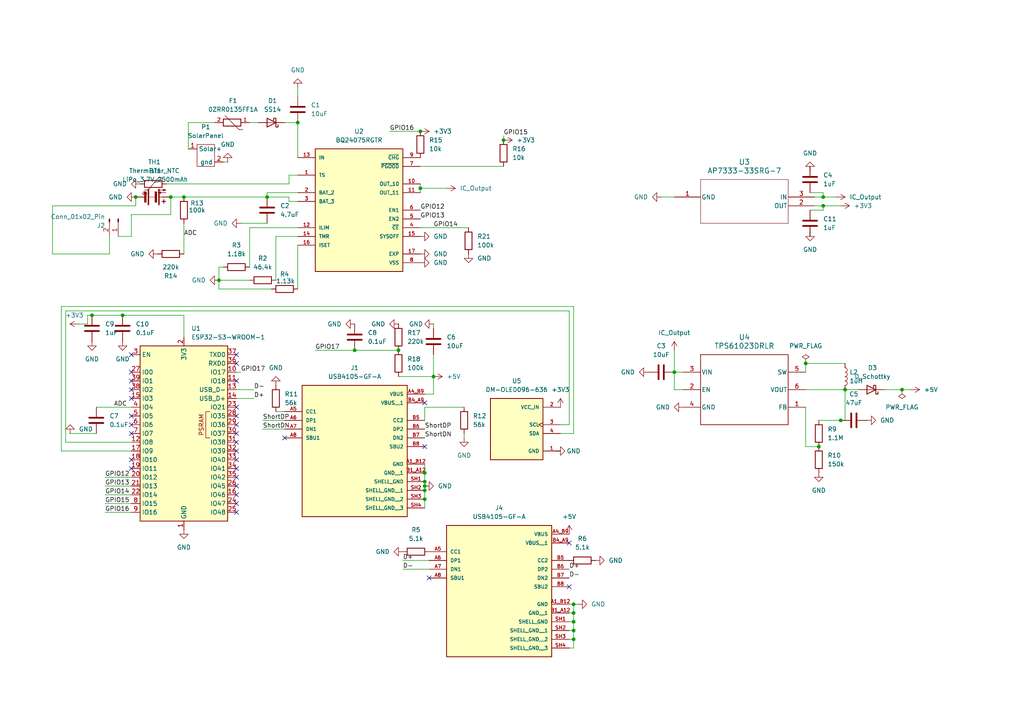
<source format=kicad_sch>
(kicad_sch (version 20250114) (generator "eeschema") (generator_version "9.0")
  (paper "A4")
  (lib_symbols
    (symbol "BQ:BQ24075RGTR" (pin_names (offset 1.016))
      (property "Reference" "U" (at -12.7 18.78 0))
      (property "Value" "BQ24075RGTR" (at -12.7 -21.78 0))
      (symbol "BQ24075RGTR_0_0"
        (rectangle (start -12.7 -17.78) (end 12.7 17.78) (stroke (width 0.254)) (fill (type background)))
        (pin input line (at -17.78 15.24 0) (length 5.08) (name "IN") (number "13"))
        (pin input line (at -17.78 10.16 0) (length 5.08) (name "TS") (number "1"))
        (pin bidirectional line (at -17.78 5.08 0) (length 5.08) (name "BAT_2") (number "2"))
        (pin bidirectional line (at -17.78 2.54 0) (length 5.08) (name "BAT_3") (number "3"))
        (pin input line (at -17.78 -5.08 0) (length 5.08) (name "ILIM") (number "12"))
        (pin input line (at -17.78 -7.62 0) (length 5.08) (name "TMR") (number "14"))
        (pin bidirectional line (at -17.78 -10.16 0) (length 5.08) (name "ISET") (number "16"))
        (pin output line (at 17.78 15.24 180) (length 5.08) (name "~{CHG}") (number "9"))
        (pin output line (at 17.78 12.7 180) (length 5.08) (name "~{PGOOD}") (number "7"))
        (pin output line (at 17.78 7.62 180) (length 5.08) (name "OUT_10") (number "10"))
        (pin output line (at 17.78 5.08 180) (length 5.08) (name "OUT_11") (number "11"))
        (pin input line (at 17.78 0 180) (length 5.08) (name "EN1") (number "6"))
        (pin input line (at 17.78 -2.54 180) (length 5.08) (name "EN2") (number "5"))
        (pin input line (at 17.78 -5.08 180) (length 5.08) (name "~{CE}") (number "4"))
        (pin input line (at 17.78 -7.62 180) (length 5.08) (name "SYSOFF") (number "15"))
        (pin power_in line (at 17.78 -12.7 180) (length 5.08) (name "EXP") (number "17"))
        (pin power_in line (at 17.78 -15.24 180) (length 5.08) (name "VSS") (number "8"))
      )
    )
    (symbol "Connector:Conn_01x02_Pin" (pin_names (offset 1.016) (hide yes))
      (property "Reference" "J" (at 0 2.54 0))
      (property "Value" "Conn_01x02_Pin" (at 0 -5.08 0))
      (symbol "Conn_01x02_Pin_1_1"
        (rectangle (start 0.8636 0.127) (end 0 -0.127) (stroke (width 0.1524)) (fill (type outline)))
        (rectangle (start 0.8636 -2.413) (end 0 -2.667) (stroke (width 0.1524)) (fill (type outline)))
        (polyline (pts (xy 1.27 0) (xy 0.8636 0)) (stroke (width 0.1524)))
        (polyline (pts (xy 1.27 -2.54) (xy 0.8636 -2.54)) (stroke (width 0.1524)))
        (pin passive line (at 5.08 0 180) (length 3.81) (name "Pin_1") (number "1"))
        (pin passive line (at 5.08 -2.54 180) (length 3.81) (name "Pin_2") (number "2"))
      )
    )
    (symbol "Device:Battery" (pin_numbers (hide yes)) (pin_names (offset 0) (hide yes))
      (property "Reference" "BT" (at 2.54 2.54 0))
      (property "Value" "Battery" (at 2.54 0 0))
      (symbol "Battery_0_1"
        (rectangle (start -2.286 1.778) (end 2.286 1.524) (fill (type outline)))
        (rectangle (start -2.286 -1.27) (end 2.286 -1.524) (fill (type outline)))
        (rectangle (start -1.524 1.016) (end 1.524 0.508) (fill (type outline)))
        (rectangle (start -1.524 -2.032) (end 1.524 -2.54) (fill (type outline)))
        (polyline (pts (xy 0 1.778) (xy 0 2.54)))
        (polyline (pts (xy 0 0) (xy 0 0.254)))
        (polyline (pts (xy 0 -0.508) (xy 0 -0.254)))
        (polyline (pts (xy 0 -1.016) (xy 0 -0.762)))
        (polyline (pts (xy 0.762 3.048) (xy 1.778 3.048)) (stroke (width 0.254)))
        (polyline (pts (xy 1.27 3.556) (xy 1.27 2.54)) (stroke (width 0.254)))
      )
      (symbol "Battery_1_1"
        (pin passive line (at 0 5.08 270) (length 2.54) (name "+") (number "1"))
        (pin passive line (at 0 -5.08 90) (length 2.54) (name "-") (number "2"))
      )
    )
    (symbol "Device:C" (pin_numbers (hide yes)) (pin_names (offset 0.254))
      (property "Reference" "C" (at 0.635 2.54 0))
      (property "Value" "C" (at 0.635 -2.54 0))
      (symbol "C_0_1"
        (polyline (pts (xy -2.032 0.762) (xy 2.032 0.762)) (stroke (width 0.508)))
        (polyline (pts (xy -2.032 -0.762) (xy 2.032 -0.762)) (stroke (width 0.508)))
      )
      (symbol "C_1_1"
        (pin passive line (at 0 3.81 270) (length 2.794) (name "~") (number "1"))
        (pin passive line (at 0 -3.81 90) (length 2.794) (name "~") (number "2"))
      )
    )
    (symbol "Device:D_Schottky" (pin_numbers (hide yes)) (pin_names (offset 1.016) (hide yes))
      (property "Reference" "D" (at 0 2.54 0))
      (property "Value" "D_Schottky" (at 0 -2.54 0))
      (symbol "D_Schottky_0_1"
        (polyline (pts (xy -1.905 0.635) (xy -1.905 1.27) (xy -1.27 1.27) (xy -1.27 -1.27) (xy -0.635 -1.27) (xy -0.635 -0.635)) (stroke (width 0.254)))
        (polyline (pts (xy 1.27 1.27) (xy 1.27 -1.27) (xy -1.27 0) (xy 1.27 1.27)) (stroke (width 0.254)))
        (polyline (pts (xy 1.27 0) (xy -1.27 0)))
      )
      (symbol "D_Schottky_1_1"
        (pin passive line (at -3.81 0 0) (length 2.54) (name "K") (number "1"))
        (pin passive line (at 3.81 0 180) (length 2.54) (name "A") (number "2"))
      )
    )
    (symbol "Device:L" (pin_numbers (hide yes)) (pin_names (offset 1.016) (hide yes))
      (property "Reference" "L" (at -1.27 0 90))
      (property "Value" "L" (at 1.905 0 90))
      (symbol "L_0_1"
        (arc (start 0 2.54) (mid 0.6323 1.905) (end 0 1.27))
        (arc (start 0 1.27) (mid 0.6323 0.635) (end 0 0))
        (arc (start 0 0) (mid 0.6323 -0.635) (end 0 -1.27))
        (arc (start 0 -1.27) (mid 0.6323 -1.905) (end 0 -2.54))
      )
      (symbol "L_1_1"
        (pin passive line (at 0 3.81 270) (length 1.27) (name "1") (number "1"))
        (pin passive line (at 0 -3.81 90) (length 1.27) (name "2") (number "2"))
      )
    )
    (symbol "Device:R" (pin_numbers (hide yes)) (pin_names (offset 0))
      (property "Reference" "R" (at 2.032 0 90))
      (property "Value" "R" (at 0 0 90))
      (symbol "R_0_1"
        (rectangle (start -1.016 -2.54) (end 1.016 2.54) (stroke (width 0.254)))
      )
      (symbol "R_1_1"
        (pin passive line (at 0 3.81 270) (length 1.27) (name "~") (number "1"))
        (pin passive line (at 0 -3.81 90) (length 1.27) (name "~") (number "2"))
      )
    )
    (symbol "Device:SolarPanel_138by160"
      (property "Reference" "P" (at 0 0 0))
      (symbol "SolarPanel_138by160_0_1"
        (polyline (pts (xy -1.27 2.54) (xy 2.54 2.54) (xy 2.54 -3.81) (xy -2.54 -3.81) (xy -2.54 2.54) (xy -1.27 2.54)))
      )
      (symbol "SolarPanel_138by160_1_1"
        (pin passive line (at -5.08 1.27 0) (length 2.54) (name "Solar+") (number "1"))
        (pin passive line (at 5.08 -2.54 180) (length 2.54) (name "gnd") (number "2"))
      )
    )
    (symbol "Device:Thermistor_NTC" (pin_numbers (hide yes)) (pin_names (offset 0))
      (property "Reference" "TH" (at -4.445 0 90))
      (property "Value" "Thermistor_NTC" (at 3.175 0 90))
      (symbol "Thermistor_NTC_0_1"
        (arc (start -3.175 2.413) (mid -3.0506 2.3165) (end -3.048 2.159))
        (arc (start -3.048 2.794) (mid -2.9736 2.9736) (end -2.794 3.048))
        (arc (start -2.794 3.048) (mid -2.6144 2.9736) (end -2.54 2.794))
        (arc (start -2.794 2.54) (mid -2.9736 2.6144) (end -3.048 2.794))
        (arc (start -2.794 1.905) (mid -2.9736 1.9794) (end -3.048 2.159))
        (arc (start -2.54 2.159) (mid -2.6144 1.9794) (end -2.794 1.905))
        (arc (start -2.159 2.794) (mid -2.434 2.5608) (end -2.794 2.54))
        (polyline (pts (xy -2.54 2.159) (xy -2.54 2.794)))
        (polyline (pts (xy -2.54 -3.683) (xy -2.54 -1.397) (xy -2.794 -2.159) (xy -2.286 -2.159) (xy -2.54 -1.397) (xy -2.54 -1.651)) (fill (type outline)))
        (polyline (pts (xy -1.778 2.54) (xy -1.778 1.524) (xy 1.778 -1.524) (xy 1.778 -2.54)))
        (polyline (pts (xy -1.778 -1.397) (xy -1.778 -3.683) (xy -2.032 -2.921) (xy -1.524 -2.921) (xy -1.778 -3.683) (xy -1.778 -3.429)) (fill (type outline)))
        (rectangle (start -1.016 2.54) (end 1.016 -2.54) (stroke (width 0.254)))
      )
      (symbol "Thermistor_NTC_1_1"
        (pin passive line (at 0 3.81 270) (length 1.27) (name "~") (number "1"))
        (pin passive line (at 0 -3.81 90) (length 1.27) (name "~") (number "2"))
      )
    )
    (symbol "Diode:SS14" (pin_numbers (hide yes)) (pin_names (offset 1.016) (hide yes))
      (property "Reference" "D" (at 0 2.54 0))
      (property "Value" "SS14" (at 0 -2.54 0))
      (symbol "SS14_0_1"
        (polyline (pts (xy -1.905 0.635) (xy -1.905 1.27) (xy -1.27 1.27) (xy -1.27 -1.27) (xy -0.635 -1.27) (xy -0.635 -0.635)) (stroke (width 0.254)))
        (polyline (pts (xy 1.27 1.27) (xy 1.27 -1.27) (xy -1.27 0) (xy 1.27 1.27)) (stroke (width 0.254)))
        (polyline (pts (xy 1.27 0) (xy -1.27 0)))
      )
      (symbol "SS14_1_1"
        (pin passive line (at -3.81 0 0) (length 2.54) (name "K") (number "1"))
        (pin passive line (at 3.81 0 180) (length 2.54) (name "A") (number "2"))
      )
    )
    (symbol "Fuse:0ZRR0135FF1A" (pin_names (offset 1.016))
      (property "Reference" "F" (at -2.54 2.54 0))
      (property "Value" "0ZRR0135FF1A" (at -2.54 -4.445 0))
      (symbol "0ZRR0135FF1A_0_0"
        (polyline (pts (xy -2.54 1.016) (xy 2.54 1.016)) (stroke (width 0.254)))
        (polyline (pts (xy -2.54 -1.016) (xy -2.54 1.016)) (stroke (width 0.254)))
        (polyline (pts (xy 2.032 -2.032) (xy -2.032 2.032)) (stroke (width 0.1524)))
        (polyline (pts (xy 2.54 1.016) (xy 2.54 -1.016)) (stroke (width 0.254)))
        (polyline (pts (xy 2.54 -1.016) (xy -2.54 -1.016)) (stroke (width 0.254)))
        (polyline (pts (xy 3.1496 -2.032) (xy 2.032 -2.032)) (stroke (width 0.1524)))
        (pin passive line (at -5.08 0 0) (length 2.54) (name "~") (number "2"))
        (pin passive line (at 5.08 0 180) (length 2.54) (name "~") (number "1"))
      )
    )
    (symbol "LDO:AP7333-33SRG-7" (pin_names (offset 0.254))
      (property "Reference" "U" (at 20.32 10.16 0))
      (property "Value" "AP7333-33SRG-7" (at 20.32 7.62 0))
      (symbol "AP7333-33SRG-7_0_1"
        (polyline (pts (xy 7.62 5.08) (xy 7.62 -7.62)) (stroke (width 0.127)))
        (polyline (pts (xy 7.62 -7.62) (xy 33.02 -7.62)) (stroke (width 0.127)))
        (polyline (pts (xy 33.02 5.08) (xy 7.62 5.08)) (stroke (width 0.127)))
        (polyline (pts (xy 33.02 -7.62) (xy 33.02 5.08)) (stroke (width 0.127)))
        (pin power_out line (at 0 0 0) (length 7.62) (name "GND") (number "1"))
        (pin input line (at 40.64 0 180) (length 7.62) (name "IN") (number "3"))
        (pin output line (at 40.64 -2.54 180) (length 7.62) (name "OUT") (number "2"))
      )
    )
    (symbol "OLED:DM-OLED096-636" (pin_names (offset 1.016))
      (property "Reference" "U" (at -7.62 10.922 0))
      (property "Value" "DM-OLED096-636" (at -7.62 -10.16 0))
      (symbol "DM-OLED096-636_0_0"
        (rectangle (start -7.62 -7.62) (end 7.62 10.16) (stroke (width 0.254)) (fill (type background)))
        (pin power_in line (at 12.7 7.62 180) (length 5.08) (name "VCC_IN") (number "2"))
        (pin input clock (at 12.7 2.54 180) (length 5.08) (name "SCL") (number "3"))
        (pin bidirectional line (at 12.7 0 180) (length 5.08) (name "SDA") (number "4"))
        (pin power_in line (at 12.7 -5.08 180) (length 5.08) (name "GND") (number "1"))
      )
    )
    (symbol "RF_Module:ESP32-S3-WROOM-1"
      (property "Reference" "U" (at -12.7 26.67 0))
      (property "Value" "ESP32-S3-WROOM-1" (at 12.7 26.67 0))
      (symbol "ESP32-S3-WROOM-1_0_0"
        (rectangle (start -12.7 25.4) (end 12.7 -25.4) (stroke (width 0.254)) (fill (type background)))
        (text "PSRAM" (at 5.08 2.54 900) (effects (font (size 1.27 1.27))))
      )
      (symbol "ESP32-S3-WROOM-1_0_1"
        (polyline (pts (xy 7.62 -1.27) (xy 6.35 -1.27) (xy 6.35 6.35) (xy 7.62 6.35)))
      )
      (symbol "ESP32-S3-WROOM-1_1_1"
        (pin input line (at -15.24 22.86 0) (length 2.54) (name "EN") (number "3"))
        (pin bidirectional line (at -15.24 17.78 0) (length 2.54) (name "IO0") (number "27"))
        (pin bidirectional line (at -15.24 15.24 0) (length 2.54) (name "IO1") (number "39"))
        (pin bidirectional line (at -15.24 12.7 0) (length 2.54) (name "IO2") (number "38"))
        (pin bidirectional line (at -15.24 10.16 0) (length 2.54) (name "IO3") (number "15"))
        (pin bidirectional line (at -15.24 7.62 0) (length 2.54) (name "IO4") (number "4"))
        (pin bidirectional line (at -15.24 5.08 0) (length 2.54) (name "IO5") (number "5"))
        (pin bidirectional line (at -15.24 2.54 0) (length 2.54) (name "IO6") (number "6"))
        (pin bidirectional line (at -15.24 0 0) (length 2.54) (name "IO7") (number "7"))
        (pin bidirectional line (at -15.24 -2.54 0) (length 2.54) (name "IO8") (number "12"))
        (pin bidirectional line (at -15.24 -5.08 0) (length 2.54) (name "IO9") (number "17"))
        (pin bidirectional line (at -15.24 -7.62 0) (length 2.54) (name "IO10") (number "18"))
        (pin bidirectional line (at -15.24 -10.16 0) (length 2.54) (name "IO11") (number "19"))
        (pin bidirectional line (at -15.24 -12.7 0) (length 2.54) (name "IO12") (number "20"))
        (pin bidirectional line (at -15.24 -15.24 0) (length 2.54) (name "IO13") (number "21"))
        (pin bidirectional line (at -15.24 -17.78 0) (length 2.54) (name "IO14") (number "22"))
        (pin bidirectional line (at -15.24 -20.32 0) (length 2.54) (name "IO15") (number "8"))
        (pin bidirectional line (at -15.24 -22.86 0) (length 2.54) (name "IO16") (number "9"))
        (pin power_in line (at 0 27.94 270) (length 2.54) (name "3V3") (number "2"))
        (pin power_in line (at 0 -27.94 90) (length 2.54) (name "GND") (number "1"))
        (pin passive line (at 0 -27.94 90) (length 2.54) (hide yes) (name "GND") (number "40"))
        (pin passive line (at 0 -27.94 90) (length 2.54) (hide yes) (name "GND") (number "41"))
        (pin bidirectional line (at 15.24 22.86 180) (length 2.54) (name "TXD0") (number "37"))
        (pin bidirectional line (at 15.24 20.32 180) (length 2.54) (name "RXD0") (number "36"))
        (pin bidirectional line (at 15.24 17.78 180) (length 2.54) (name "IO17") (number "10"))
        (pin bidirectional line (at 15.24 15.24 180) (length 2.54) (name "IO18") (number "11"))
        (pin bidirectional line (at 15.24 12.7 180) (length 2.54) (name "USB_D-") (number "13"))
        (pin bidirectional line (at 15.24 10.16 180) (length 2.54) (name "USB_D+") (number "14"))
        (pin bidirectional line (at 15.24 7.62 180) (length 2.54) (name "IO21") (number "23"))
        (pin bidirectional line (at 15.24 5.08 180) (length 2.54) (name "IO35") (number "28"))
        (pin bidirectional line (at 15.24 2.54 180) (length 2.54) (name "IO36") (number "29"))
        (pin bidirectional line (at 15.24 0 180) (length 2.54) (name "IO37") (number "30"))
        (pin bidirectional line (at 15.24 -2.54 180) (length 2.54) (name "IO38") (number "31"))
        (pin bidirectional line (at 15.24 -5.08 180) (length 2.54) (name "IO39") (number "32"))
        (pin bidirectional line (at 15.24 -7.62 180) (length 2.54) (name "IO40") (number "33"))
        (pin bidirectional line (at 15.24 -10.16 180) (length 2.54) (name "IO41") (number "34"))
        (pin bidirectional line (at 15.24 -12.7 180) (length 2.54) (name "IO42") (number "35"))
        (pin bidirectional line (at 15.24 -15.24 180) (length 2.54) (name "IO45") (number "26"))
        (pin bidirectional line (at 15.24 -17.78 180) (length 2.54) (name "IO46") (number "16"))
        (pin bidirectional line (at 15.24 -20.32 180) (length 2.54) (name "IO47") (number "24"))
        (pin bidirectional line (at 15.24 -22.86 180) (length 2.54) (name "IO48") (number "25"))
      )
    )
    (symbol "TPS:TPS61023DRLR" (pin_names (offset 0.254))
      (property "Reference" "U" (at 0 2.54 0))
      (property "Value" "TPS61023DRLR" (at 0 0 0))
      (symbol "TPS61023DRLR_0_1"
        (polyline (pts (xy -12.7 10.16) (xy -12.7 -10.16)) (stroke (width 0.2032)))
        (polyline (pts (xy -12.7 -10.16) (xy 12.7 -10.16)) (stroke (width 0.2032)))
        (polyline (pts (xy 12.7 10.16) (xy -12.7 10.16)) (stroke (width 0.2032)))
        (polyline (pts (xy 12.7 -10.16) (xy 12.7 10.16)) (stroke (width 0.2032)))
        (pin power_in line (at -17.78 5.08 0) (length 5.08) (name "VIN") (number "3"))
        (pin input line (at -17.78 0 0) (length 5.08) (name "EN") (number "2"))
        (pin power_in line (at -17.78 -5.08 0) (length 5.08) (name "GND") (number "4"))
        (pin power_in line (at 17.78 5.08 180) (length 5.08) (name "SW") (number "5"))
        (pin power_in line (at 17.78 0 180) (length 5.08) (name "VOUT") (number "6"))
        (pin input line (at 17.78 -5.08 180) (length 5.08) (name "FB") (number "1"))
      )
    )
    (symbol "USBC:USB4105-GF-A" (pin_names (offset 1.016))
      (property "Reference" "J" (at -15.24 13.97 0))
      (property "Value" "USB4105-GF-A" (at -15.24 -27.94 0))
      (symbol "USB4105-GF-A_0_0"
        (rectangle (start -15.24 -25.4) (end 15.24 12.7) (stroke (width 0.254)) (fill (type background)))
        (pin bidirectional line (at -20.32 5.08 0) (length 5.08) (name "CC1") (number "A5"))
        (pin bidirectional line (at -20.32 2.54 0) (length 5.08) (name "DP1") (number "A6"))
        (pin bidirectional line (at -20.32 0 0) (length 5.08) (name "DN1") (number "A7"))
        (pin bidirectional line (at -20.32 -2.54 0) (length 5.08) (name "SBU1") (number "A8"))
        (pin power_in line (at 20.32 10.16 180) (length 5.08) (name "VBUS") (number "A4_B9"))
        (pin power_in line (at 20.32 7.62 180) (length 5.08) (name "VBUS__1") (number "B4_A9"))
        (pin bidirectional line (at 20.32 2.54 180) (length 5.08) (name "CC2") (number "B5"))
        (pin bidirectional line (at 20.32 0 180) (length 5.08) (name "DP2") (number "B6"))
        (pin bidirectional line (at 20.32 -2.54 180) (length 5.08) (name "DN2") (number "B7"))
        (pin bidirectional line (at 20.32 -5.08 180) (length 5.08) (name "SBU2") (number "B8"))
        (pin power_in line (at 20.32 -10.16 180) (length 5.08) (name "GND") (number "A1_B12"))
        (pin power_in line (at 20.32 -12.7 180) (length 5.08) (name "GND__1") (number "B1_A12"))
        (pin power_in line (at 20.32 -15.24 180) (length 5.08) (name "SHELL_GND") (number "SH1"))
        (pin power_in line (at 20.32 -17.78 180) (length 5.08) (name "SHELL_GND__1") (number "SH2"))
        (pin power_in line (at 20.32 -20.32 180) (length 5.08) (name "SHELL_GND__2") (number "SH3"))
        (pin power_in line (at 20.32 -22.86 180) (length 5.08) (name "SHELL_GND__3") (number "SH4"))
      )
    )
    (symbol "power:+3V3" (power) (pin_numbers (hide yes)) (pin_names (offset 0) (hide yes))
      (property "Value" "+3V3" (at 0 3.556 0))
      (symbol "+3V3_0_1"
        (polyline (pts (xy -0.762 1.27) (xy 0 2.54)))
        (polyline (pts (xy 0 2.54) (xy 0.762 1.27)))
        (polyline (pts (xy 0 0) (xy 0 2.54)))
      )
      (symbol "+3V3_1_1"
        (pin power_in line (at 0 0 90) (length 0) (name "~") (number "1"))
      )
    )
    (symbol "power:+5V" (power) (pin_numbers (hide yes)) (pin_names (offset 0) (hide yes))
      (property "Value" "+5V" (at 0 3.556 0))
      (symbol "+5V_0_1"
        (polyline (pts (xy -0.762 1.27) (xy 0 2.54)))
        (polyline (pts (xy 0 2.54) (xy 0.762 1.27)))
        (polyline (pts (xy 0 0) (xy 0 2.54)))
      )
      (symbol "+5V_1_1"
        (pin power_in line (at 0 0 90) (length 0) (name "~") (number "1"))
      )
    )
    (symbol "power:GND" (power) (pin_numbers (hide yes)) (pin_names (offset 0) (hide yes))
      (property "Value" "GND" (at 0 -3.81 0))
      (symbol "GND_0_1"
        (polyline (pts (xy 0 0) (xy 0 -1.27) (xy 1.27 -1.27) (xy 0 -2.54) (xy -1.27 -1.27) (xy 0 -1.27)))
      )
      (symbol "GND_1_1"
        (pin power_in line (at 0 0 270) (length 0) (name "~") (number "1"))
      )
    )
    (symbol "power:PWR_FLAG" (power) (pin_numbers (hide yes)) (pin_names (offset 0) (hide yes))
      (property "Value" "PWR_FLAG" (at 0 3.81 0))
      (symbol "PWR_FLAG_0_0"
        (pin power_out line (at 0 0 90) (length 0) (name "~") (number "1"))
      )
      (symbol "PWR_FLAG_0_1"
        (polyline (pts (xy 0 0) (xy 0 1.27) (xy -1.016 1.905) (xy 0 2.54) (xy 1.016 1.905) (xy 0 1.27)))
      )
    )
    (symbol "power:Vdrive" (power) (pin_numbers (hide yes)) (pin_names (offset 0) (hide yes))
      (property "Value" "Vdrive" (at 0 3.556 0))
      (symbol "Vdrive_0_1"
        (polyline (pts (xy -0.762 1.27) (xy 0 2.54)))
        (polyline (pts (xy 0 2.54) (xy 0.762 1.27)))
        (polyline (pts (xy 0 0) (xy 0 2.54)))
      )
      (symbol "Vdrive_1_1"
        (pin power_in line (at 0 0 90) (length 0) (name "~") (number "1"))
      )
    )
  )
  (junction (at 63.5 81.28))
  (junction (at 233.68 105.41))
  (junction (at 237.49 129.54))
  (junction (at 35.56 91.44))
  (junction (at 115.57 101.6))
  (junction (at 166.37 185.42))
  (junction (at 123.19 139.7))
  (junction (at 121.92 54.61))
  (junction (at 261.62 113.03))
  (junction (at 77.47 57.15))
  (junction (at 238.76 57.15))
  (junction (at 123.19 137.16))
  (junction (at 166.37 175.26))
  (junction (at 49.53 57.15))
  (junction (at 243.84 121.92))
  (junction (at 245.11 113.03))
  (junction (at 123.19 140.97))
  (junction (at 195.58 107.95))
  (junction (at 166.37 180.34))
  (junction (at 123.19 144.78))
  (junction (at 146.05 40.64))
  (junction (at 53.34 57.15))
  (junction (at 125.73 109.22))
  (junction (at 121.92 38.1))
  (junction (at 166.37 177.8))
  (junction (at 238.76 59.69))
  (junction (at 39.37 57.15))
  (junction (at 86.36 35.56))
  (junction (at 123.19 142.24))
  (junction (at 26.67 91.44))
  (junction (at 102.87 101.6))
  (junction (at 166.37 182.88))
  (no_connect (at 68.58 110.49))
  (no_connect (at 68.58 148.59))
  (no_connect (at 68.58 143.51))
  (no_connect (at 68.58 130.81))
  (no_connect (at 68.58 140.97))
  (no_connect (at 38.1 133.35))
  (no_connect (at 68.58 133.35))
  (no_connect (at 38.1 123.19))
  (no_connect (at 38.1 115.57))
  (no_connect (at 68.58 105.41))
  (no_connect (at 165.1 157.48))
  (no_connect (at 38.1 120.65))
  (no_connect (at 68.58 128.27))
  (no_connect (at 68.58 123.19))
  (no_connect (at 124.46 167.64))
  (no_connect (at 38.1 113.03))
  (no_connect (at 123.19 129.54))
  (no_connect (at 38.1 107.95))
  (no_connect (at 68.58 118.11))
  (no_connect (at 68.58 146.05))
  (no_connect (at 38.1 135.89))
  (no_connect (at 68.58 135.89))
  (no_connect (at 68.58 120.65))
  (no_connect (at 38.1 125.73))
  (no_connect (at 68.58 138.43))
  (no_connect (at 68.58 125.73))
  (no_connect (at 38.1 110.49))
  (no_connect (at 68.58 102.87))
  (no_connect (at 82.55 127))
  (no_connect (at 38.1 102.87))
  (no_connect (at 123.19 116.84))
  (no_connect (at 165.1 170.18))
  (wire (pts (xy 123.19 139.7) (xy 123.19 140.97)))
  (wire (pts (xy 19.05 128.27) (xy 38.1 128.27)))
  (wire (pts (xy 22.86 93.98) (xy 25.4 93.98)))
  (wire (pts (xy 146.05 39.37) (xy 146.05 40.64)))
  (wire (pts (xy 234.95 68.58) (xy 234.95 67.31)))
  (wire (pts (xy 76.2 124.46) (xy 82.55 124.46)))
  (wire (pts (xy 30.48 138.43) (xy 38.1 138.43)))
  (wire (pts (xy 121.92 53.34) (xy 121.92 54.61)))
  (wire (pts (xy 234.95 48.26) (xy 234.95 49.53)))
  (wire (pts (xy 72.39 35.56) (xy 74.93 35.56)))
  (wire (pts (xy 166.37 180.34) (xy 166.37 182.88)))
  (wire (pts (xy 25.4 93.98) (xy 25.4 91.44)))
  (wire (pts (xy 166.37 177.8) (xy 166.37 180.34)))
  (wire (pts (xy 125.73 102.87) (xy 125.73 109.22)))
  (wire (pts (xy 86.36 25.4) (xy 86.36 27.94)))
  (wire (pts (xy 123.19 121.92) (xy 123.19 118.11)))
  (wire (pts (xy 166.37 177.8) (xy 165.1 177.8)))
  (wire (pts (xy 77.47 55.88) (xy 86.36 55.88)))
  (wire (pts (xy 49.53 57.15) (xy 53.34 57.15)))
  (wire (pts (xy 198.12 107.95) (xy 195.58 107.95)))
  (wire (pts (xy 121.92 48.26) (xy 146.05 48.26)))
  (wire (pts (xy 123.19 134.62) (xy 123.19 137.16)))
  (wire (pts (xy 63.5 81.28) (xy 63.5 83.82)))
  (wire (pts (xy 123.19 144.78) (xy 123.19 147.32)))
  (wire (pts (xy 83.82 58.42) (xy 83.82 57.15)))
  (wire (pts (xy 17.78 130.81) (xy 38.1 130.81)))
  (wire (pts (xy 165.1 182.88) (xy 166.37 182.88)))
  (wire (pts (xy 166.37 175.26) (xy 166.37 177.8)))
  (wire (pts (xy 49.53 62.23) (xy 49.53 57.15)))
  (wire (pts (xy 121.92 54.61) (xy 129.54 54.61)))
  (wire (pts (xy 243.84 59.69) (xy 238.76 59.69)))
  (wire (pts (xy 48.26 53.34) (xy 83.82 53.34)))
  (wire (pts (xy 53.34 57.15) (xy 77.47 57.15)))
  (wire (pts (xy 83.82 50.8) (xy 86.36 50.8)))
  (wire (pts (xy 20.32 125.73) (xy 27.94 125.73)))
  (wire (pts (xy 17.78 88.9) (xy 17.78 130.81)))
  (wire (pts (xy 64.77 46.99) (xy 66.04 46.99)))
  (wire (pts (xy 17.78 88.9) (xy 166.37 88.9)))
  (wire (pts (xy 123.19 140.97) (xy 123.19 142.24)))
  (wire (pts (xy 242.57 57.15) (xy 238.76 57.15)))
  (wire (pts (xy 27.94 118.11) (xy 38.1 118.11)))
  (wire (pts (xy 195.58 101.6) (xy 195.58 107.95)))
  (wire (pts (xy 30.48 140.97) (xy 38.1 140.97)))
  (wire (pts (xy 115.57 109.22) (xy 125.73 109.22)))
  (wire (pts (xy 165.1 123.19) (xy 162.56 123.19)))
  (wire (pts (xy 76.2 121.92) (xy 82.55 121.92)))
  (wire (pts (xy 68.58 113.03) (xy 73.66 113.03)))
  (wire (pts (xy 162.56 130.81) (xy 161.29 130.81)))
  (wire (pts (xy 233.68 105.41) (xy 245.11 105.41)))
  (wire (pts (xy 166.37 180.34) (xy 165.1 180.34)))
  (wire (pts (xy 167.64 175.26) (xy 166.37 175.26)))
  (wire (pts (xy 245.11 113.03) (xy 248.92 113.03)))
  (wire (pts (xy 166.37 125.73) (xy 166.37 88.9)))
  (wire (pts (xy 15.24 59.69) (xy 39.37 59.69)))
  (wire (pts (xy 264.16 113.03) (xy 261.62 113.03)))
  (wire (pts (xy 86.36 35.56) (xy 86.36 45.72)))
  (wire (pts (xy 238.76 59.69) (xy 236.22 59.69)))
  (wire (pts (xy 31.75 73.66) (xy 15.24 73.66)))
  (wire (pts (xy 243.84 121.92) (xy 237.49 121.92)))
  (wire (pts (xy 233.68 118.11) (xy 233.68 129.54)))
  (wire (pts (xy 68.58 115.57) (xy 73.66 115.57)))
  (wire (pts (xy 54.61 35.56) (xy 62.23 35.56)))
  (wire (pts (xy 121.92 54.61) (xy 121.92 55.88)))
  (wire (pts (xy 86.36 71.12) (xy 86.36 83.82)))
  (wire (pts (xy 233.68 107.95) (xy 233.68 105.41)))
  (wire (pts (xy 83.82 50.8) (xy 83.82 53.34)))
  (wire (pts (xy 30.48 143.51) (xy 38.1 143.51)))
  (wire (pts (xy 125.73 95.25) (xy 125.73 93.98)))
  (wire (pts (xy 195.58 107.95) (xy 195.58 113.03)))
  (wire (pts (xy 116.84 162.56) (xy 124.46 162.56)))
  (wire (pts (xy 233.68 113.03) (xy 245.11 113.03)))
  (wire (pts (xy 123.19 114.3) (xy 125.73 114.3)))
  (wire (pts (xy 54.61 43.18) (xy 54.61 35.56)))
  (wire (pts (xy 80.01 68.58) (xy 80.01 81.28)))
  (wire (pts (xy 86.36 58.42) (xy 83.82 58.42)))
  (wire (pts (xy 68.58 107.95) (xy 69.85 107.95)))
  (wire (pts (xy 69.85 64.77) (xy 77.47 64.77)))
  (wire (pts (xy 30.48 148.59) (xy 38.1 148.59)))
  (wire (pts (xy 72.39 66.04) (xy 86.36 66.04)))
  (wire (pts (xy 234.95 60.96) (xy 238.76 60.96)))
  (wire (pts (xy 123.19 118.11) (xy 134.62 118.11)))
  (wire (pts (xy 38.1 62.23) (xy 49.53 62.23)))
  (wire (pts (xy 245.11 121.92) (xy 243.84 121.92)))
  (wire (pts (xy 238.76 55.88) (xy 238.76 57.15)))
  (wire (pts (xy 166.37 185.42) (xy 165.1 185.42)))
  (wire (pts (xy 165.1 123.19) (xy 165.1 90.17)))
  (wire (pts (xy 38.1 62.23) (xy 38.1 68.58)))
  (wire (pts (xy 237.49 129.54) (xy 233.68 129.54)))
  (wire (pts (xy 63.5 81.28) (xy 72.39 81.28)))
  (wire (pts (xy 77.47 57.15) (xy 83.82 57.15)))
  (wire (pts (xy 162.56 125.73) (xy 166.37 125.73)))
  (wire (pts (xy 116.84 165.1) (xy 124.46 165.1)))
  (wire (pts (xy 63.5 77.47) (xy 63.5 81.28)))
  (wire (pts (xy 238.76 57.15) (xy 236.22 57.15)))
  (wire (pts (xy 72.39 66.04) (xy 72.39 77.47)))
  (wire (pts (xy 80.01 68.58) (xy 86.36 68.58)))
  (wire (pts (xy 31.75 68.58) (xy 31.75 73.66)))
  (wire (pts (xy 78.74 83.82) (xy 63.5 83.82)))
  (wire (pts (xy 198.12 113.03) (xy 195.58 113.03)))
  (wire (pts (xy 39.37 57.15) (xy 39.37 59.69)))
  (wire (pts (xy 191.77 57.15) (xy 195.58 57.15)))
  (wire (pts (xy 15.24 73.66) (xy 15.24 59.69)))
  (wire (pts (xy 234.95 55.88) (xy 238.76 55.88)))
  (wire (pts (xy 238.76 60.96) (xy 238.76 59.69)))
  (wire (pts (xy 166.37 187.96) (xy 165.1 187.96)))
  (wire (pts (xy 166.37 185.42) (xy 166.37 187.96)))
  (wire (pts (xy 166.37 175.26) (xy 165.1 175.26)))
  (wire (pts (xy 80.01 119.38) (xy 82.55 119.38)))
  (wire (pts (xy 30.48 146.05) (xy 38.1 146.05)))
  (wire (pts (xy 113.03 38.1) (xy 121.92 38.1)))
  (wire (pts (xy 26.67 91.44) (xy 35.56 91.44)))
  (wire (pts (xy 82.55 35.56) (xy 86.36 35.56)))
  (wire (pts (xy 245.11 113.03) (xy 245.11 121.92)))
  (wire (pts (xy 19.05 90.17) (xy 19.05 128.27)))
  (wire (pts (xy 53.34 64.77) (xy 53.34 73.66)))
  (wire (pts (xy 34.29 68.58) (xy 38.1 68.58)))
  (wire (pts (xy 19.05 90.17) (xy 165.1 90.17)))
  (wire (pts (xy 123.19 142.24) (xy 123.19 144.78)))
  (wire (pts (xy 134.62 127) (xy 134.62 125.73)))
  (wire (pts (xy 35.56 91.44) (xy 53.34 91.44)))
  (wire (pts (xy 53.34 91.44) (xy 53.34 97.79)))
  (wire (pts (xy 135.89 66.04) (xy 121.92 66.04)))
  (wire (pts (xy 77.47 55.88) (xy 77.47 57.15)))
  (wire (pts (xy 256.54 113.03) (xy 261.62 113.03)))
  (wire (pts (xy 125.73 109.22) (xy 125.73 114.3)))
  (wire (pts (xy 123.19 137.16) (xy 123.19 139.7)))
  (wire (pts (xy 63.5 77.47) (xy 64.77 77.47)))
  (wire (pts (xy 25.4 91.44) (xy 26.67 91.44)))
  (wire (pts (xy 102.87 101.6) (xy 115.57 101.6)))
  (wire (pts (xy 166.37 182.88) (xy 166.37 185.42)))
  (wire (pts (xy 91.44 101.6) (xy 102.87 101.6)))
  (label "ADC" (at 33.02 118.11 0))
  (label "GPIO12" (at 121.92 60.96 0))
  (label "ShortDP" (at 76.2 121.92 0))
  (label "GPIO13" (at 30.48 140.97 0))
  (label "ShortDP" (at 123.19 124.46 0))
  (label "D+" (at 116.84 162.56 0))
  (label "GPIO12" (at 30.48 138.43 0))
  (label "GPIO16" (at 30.48 148.59 0))
  (label "ShortDN" (at 76.2 124.46 0))
  (label "D-" (at 165.1 167.64 0))
  (label "GPIO15" (at 146.05 39.37 0))
  (label "ShortDN" (at 123.19 127 0))
  (label "GPIO17" (at 69.85 107.95 0))
  (label "D+" (at 73.66 115.57 0))
  (label "GPIO16" (at 113.03 38.1 0))
  (label "GPIO14" (at 30.48 143.51 0))
  (label "D+" (at 165.1 165.1 0))
  (label "GPIO14" (at 125.73 66.04 0))
  (label "ADC" (at 53.34 68.58 0))
  (label "GPIO13" (at 121.92 63.5 0))
  (label "GPIO15" (at 30.48 146.05 0))
  (label "D-" (at 73.66 113.03 0))
  (label "D-" (at 116.84 165.1 0))
  (label "GPIO17" (at 91.44 101.6 0))
  (symbol (lib_id "power:GND") (at 39.37 57.15 270) (unit 1)
    (property "Reference" "#PWR03" (effects (hide yes)))
    (property "Value" "GND" (at 35.56 57.1499 90) (effects (justify right)))
    (property "Description" "Power symbol creates a global label with name \"GND\" , ground" (effects (hide yes)))
  )
  (symbol (lib_id "power:GND") (at 40.64 53.34 270) (unit 1)
    (property "Reference" "#PWR04" (effects (hide yes)))
    (property "Value" "GND" (at 36.83 53.3399 90) (effects (justify right)))
    (property "Description" "Power symbol creates a global label with name \"GND\" , ground" (effects (hide yes)))
  )
  (symbol (lib_id "Device:R") (at 53.34 60.96 0) (unit 1)
    (property "Reference" "R13" (at 57.15 58.928 0))
    (property "Value" "100k" (at 57.15 60.96 0))
    (property "Footprint" "Resistor_SMD:R_0805_2012Metric" (effects (hide yes)))
    (property "Description" "Resistor" (effects (hide yes)))
  )
  (symbol (lib_id "power:GND") (at 234.95 67.31 0) (unit 1)
    (property "Reference" "#PWR028" (effects (hide yes)))
    (property "Value" "GND" (at 234.95 72.39 0))
    (property "Description" "Power symbol creates a global label with name \"GND\" , ground" (effects (hide yes)))
  )
  (symbol (lib_id "power:GND") (at 66.04 46.99 180) (unit 1)
    (property "Reference" "#PWR01" (effects (hide yes)))
    (property "Value" "GND" (at 66.04 41.91 0))
    (property "Description" "Power symbol creates a global label with name \"GND\" , ground" (effects (hide yes)))
  )
  (symbol (lib_id "power:GND") (at 45.72 73.66 270) (unit 1)
    (property "Reference" "#PWR023" (effects (hide yes)))
    (property "Value" "GND" (at 41.91 73.6601 90) (effects (justify right)))
    (property "Description" "Power symbol creates a global label with name \"GND\" , ground" (effects (hide yes)))
  )
  (symbol (lib_id "power:GND") (at 26.67 99.06 0) (unit 1)
    (property "Reference" "#PWR037" (effects (hide yes)))
    (property "Value" "GND" (at 26.67 104.14 0))
    (property "Description" "Power symbol creates a global label with name \"GND\" , ground" (effects (hide yes)))
  )
  (symbol (lib_id "Device:C") (at 35.56 95.25 0) (unit 1)
    (property "Reference" "C10" (at 39.37 93.9799 0) (effects (justify left)))
    (property "Value" "0.1uF" (at 39.37 96.5199 0) (effects (justify left)))
    (property "Footprint" "Capacitor_SMD:C_0805_2012Metric" (effects (hide yes)))
    (property "Description" "Unpolarized capacitor" (effects (hide yes)))
  )
  (symbol (lib_id "BQ:BQ24075RGTR") (at 104.14 60.96 0) (unit 1)
    (property "Reference" "U2" (at 104.14 38.1 0))
    (property "Value" "BQ24075RGTR" (at 104.14 40.64 0))
    (property "Footprint" "1LDO:QFN50P300X300X100-17N" (effects (hide yes)))
    (property "PARTREV" "M" (effects (hide yes)))
    (property "STANDARD" "IPC 7351B" (effects (hide yes)))
    (property "MAXIMUM_PACKAGE_HIEGHT" "1mm" (effects (hide yes)))
    (property "MANUFACTURER" "Texas Instruments" (effects (hide yes)))
  )
  (symbol (lib_id "Device:R") (at 237.49 125.73 0) (unit 1)
    (property "Reference" "R9" (at 240.03 124.4599 0) (effects (justify left)))
    (property "Value" "1.1M" (at 240.03 126.9999 0) (effects (justify left)))
    (property "Footprint" "Resistor_SMD:R_0805_2012Metric" (effects (hide yes)))
    (property "Description" "Resistor" (effects (hide yes)))
  )
  (symbol (lib_id "power:+5V") (at 165.1 154.94 0) (unit 1)
    (property "Reference" "#PWR045" (effects (hide yes)))
    (property "Value" "+5V" (at 165.1 149.86 0))
    (property "Description" "Power symbol creates a global label with name \"+5V\"" (effects (hide yes)))
  )
  (symbol (lib_id "Device:R") (at 146.05 44.45 180) (unit 1)
    (property "Reference" "R16" (at 148.59 43.1799 0) (effects (justify right)))
    (property "Value" "10k" (at 148.59 45.7199 0) (effects (justify right)))
    (property "Footprint" "Resistor_SMD:R_0805_2012Metric" (effects (hide yes)))
    (property "Description" "Resistor" (effects (hide yes)))
  )
  (symbol (lib_id "power:GND") (at 116.84 160.02 270) (unit 1)
    (property "Reference" "#PWR043" (effects (hide yes)))
    (property "Value" "GND" (at 113.03 160.0199 90) (effects (justify right)))
    (property "Description" "Power symbol creates a global label with name \"GND\" , ground" (effects (hide yes)))
  )
  (symbol (lib_id "Device:C") (at 234.95 64.77 0) (unit 1)
    (property "Reference" "C11" (at 238.76 63.4999 0) (effects (justify left)))
    (property "Value" "1uF" (at 238.76 66.0399 0) (effects (justify left)))
    (property "Footprint" "Capacitor_SMD:C_0805_2012Metric" (effects (hide yes)))
    (property "Description" "Unpolarized capacitor" (effects (hide yes)))
  )
  (symbol (lib_id "power:GND") (at 86.36 25.4 180) (unit 1)
    (property "Reference" "#PWR02" (effects (hide yes)))
    (property "Value" "GND" (at 86.36 20.32 0))
    (property "Description" "Power symbol creates a global label with name \"GND\" , ground" (effects (hide yes)))
  )
  (symbol (lib_id "Device:R") (at 82.55 83.82 90) (unit 1)
    (property "Reference" "R4" (at 82.55 79.502 90))
    (property "Value" "1.13k" (at 82.804 81.534 90))
    (property "Footprint" "Resistor_SMD:R_0805_2012Metric" (effects (hide yes)))
    (property "Description" "Resistor" (effects (hide yes)))
  )
  (symbol (lib_id "power:GND") (at 121.92 73.66 90) (unit 1)
    (property "Reference" "#PWR010" (effects (hide yes)))
    (property "Value" "GND" (at 125.73 73.6599 90) (effects (justify right)))
    (property "Description" "Power symbol creates a global label with name \"GND\" , ground" (effects (hide yes)))
  )
  (symbol (lib_id "Device:R") (at 68.58 77.47 90) (unit 1)
    (property "Reference" "R3" (at 68.58 71.12 90))
    (property "Value" "1.18k" (at 68.58 73.66 90))
    (property "Footprint" "Resistor_SMD:R_0805_2012Metric" (effects (hide yes)))
    (property "Description" "Resistor" (effects (hide yes)))
  )
  (symbol (lib_id "power:GND") (at 134.62 127 0) (unit 1)
    (property "Reference" "#PWR019" (effects (hide yes)))
    (property "Value" "GND" (at 134.62 132.08 0))
    (property "Description" "Power symbol creates a global label with name \"GND\" , ground" (effects (hide yes)))
  )
  (symbol (lib_id "Device:C") (at 191.77 107.95 90) (unit 1)
    (property "Reference" "C3" (at 191.77 100.33 90))
    (property "Value" "10uF" (at 191.77 102.87 90))
    (property "Footprint" "Capacitor_SMD:C_0805_2012Metric" (effects (hide yes)))
    (property "Description" "Unpolarized capacitor" (effects (hide yes)))
  )
  (symbol (lib_id "power:GND") (at 20.32 125.73 180) (unit 1)
    (property "Reference" "#PWR024" (effects (hide yes)))
    (property "Value" "GND" (at 22.86 124.4599 0) (effects (justify right)))
    (property "Description" "Power symbol creates a global label with name \"GND\" , ground" (effects (hide yes)))
  )
  (symbol (lib_id "power:GND") (at 53.34 153.67 0) (unit 1)
    (property "Reference" "#PWR021" (effects (hide yes)))
    (property "Value" "GND" (at 53.34 158.75 0))
    (property "Description" "Power symbol creates a global label with name \"GND\" , ground" (effects (hide yes)))
  )
  (symbol (lib_id "power:GND") (at 123.19 140.97 90) (unit 1)
    (property "Reference" "#PWR039" (effects (hide yes)))
    (property "Value" "GND" (at 127 140.9699 90) (effects (justify right)))
    (property "Description" "Power symbol creates a global label with name \"GND\" , ground" (effects (hide yes)))
  )
  (symbol (lib_id "Device:C") (at 125.73 99.06 180) (unit 1)
    (property "Reference" "C6" (at 129.54 97.7899 0) (effects (justify right)))
    (property "Value" "10uF" (at 129.54 100.3299 0) (effects (justify right)))
    (property "Footprint" "Capacitor_SMD:C_0805_2012Metric" (effects (hide yes)))
    (property "Description" "Unpolarized capacitor" (effects (hide yes)))
  )
  (symbol (lib_id "power:GND") (at 125.73 93.98 270) (unit 1)
    (property "Reference" "#PWR022" (effects (hide yes)))
    (property "Value" "GND" (at 120.65 93.98 90))
    (property "Description" "Power symbol creates a global label with name \"GND\" , ground" (effects (hide yes)))
  )
  (symbol (lib_id "Device:Battery") (at 44.45 57.15 270) (unit 1)
    (property "Reference" "BT1" (at 45.0215 49.53 90))
    (property "Value" "LiPo_3.7V_2500mAh" (at 45.0215 52.07 90))
    (property "Footprint" "Connector_JST:JST_PH_B2B-PH-K_1x02_P2.00mm_Vertical" (effects (hide yes)))
    (property "Description" "Multiple-cell battery" (effects (hide yes)))
  )
  (symbol (lib_id "USBC:USB4105-GF-A") (at 102.87 124.46 0) (unit 1)
    (property "Reference" "J1" (at 102.87 106.68 0))
    (property "Value" "USB4105-GF-A" (at 102.87 109.22 0))
    (property "Footprint" "1LDO:GCT_USB4105-GF-A" (effects (hide yes)))
    (property "PARTREV" "B4" (effects (hide yes)))
    (property "STANDARD" "Manufacturer Recommendations" (effects (hide yes)))
    (property "MAXIMUM_PACKAGE_HEIGHT" "3.31 mm" (effects (hide yes)))
    (property "MANUFACTURER" "GCT" (effects (hide yes)))
  )
  (symbol (lib_id "power:GND") (at 121.92 76.2 90) (unit 1)
    (property "Reference" "#PWR08" (effects (hide yes)))
    (property "Value" "GND" (at 125.73 76.1999 90) (effects (justify right)))
    (property "Description" "Power symbol creates a global label with name \"GND\" , ground" (effects (hide yes)))
  )
  (symbol (lib_id "Device:R") (at 115.57 97.79 180) (unit 1)
    (property "Reference" "R17" (at 118.11 96.5199 0) (effects (justify right)))
    (property "Value" "220k" (at 118.11 99.0599 0) (effects (justify right)))
    (property "Footprint" "Resistor_SMD:R_0805_2012Metric" (effects (hide yes)))
    (property "Description" "Resistor" (effects (hide yes)))
  )
  (symbol (lib_id "power:+3V3") (at 22.86 93.98 90) (unit 1)
    (property "Reference" "#PWR030" (effects (hide yes)))
    (property "Value" "+3V3" (at 21.59 91.44 90))
    (property "Description" "Power symbol creates a global label with name \"+3V3\"" (effects (hide yes)))
  )
  (symbol (lib_id "Device:R") (at 135.89 69.85 0) (unit 1)
    (property "Reference" "R21" (at 138.43 68.5799 0) (effects (justify left)))
    (property "Value" "100k" (at 138.43 71.1199 0) (effects (justify left)))
    (property "Footprint" "Resistor_SMD:R_0805_2012Metric" (effects (hide yes)))
    (property "Description" "Resistor" (effects (hide yes)))
  )
  (symbol (lib_id "Device:R") (at 49.53 73.66 270) (unit 1)
    (property "Reference" "R14" (at 49.53 80.01 90))
    (property "Value" "220k" (at 49.53 77.47 90))
    (property "Footprint" "Resistor_SMD:R_0805_2012Metric" (effects (hide yes)))
    (property "Description" "Resistor" (effects (hide yes)))
  )
  (symbol (lib_id "power:GND") (at 35.56 99.06 0) (unit 1)
    (property "Reference" "#PWR038" (effects (hide yes)))
    (property "Value" "GND" (at 35.56 104.14 0))
    (property "Description" "Power symbol creates a global label with name \"GND\" , ground" (effects (hide yes)))
  )
  (symbol (lib_id "power:+3V3") (at 243.84 59.69 270) (unit 1)
    (property "Reference" "#PWR011" (effects (hide yes)))
    (property "Value" "+3V3" (at 247.65 59.6899 90) (effects (justify left)))
    (property "Description" "Power symbol creates a global label with name \"+3V3\"" (effects (hide yes)))
  )
  (symbol (lib_id "Device:D_Schottky") (at 252.73 113.03 180) (unit 1)
    (property "Reference" "D3" (at 253.0475 106.68 0))
    (property "Value" "D_Schottky" (at 253.0475 109.22 0))
    (property "Footprint" "Diode_SMD:D_0805_2012Metric" (effects (hide yes)))
    (property "Description" "Schottky diode" (effects (hide yes)))
  )
  (symbol (lib_id "power:+5V") (at 264.16 113.03 270) (unit 1)
    (property "Reference" "#PWR032" (effects (hide yes)))
    (property "Value" "+5V" (at 267.97 113.0299 90) (effects (justify left)))
    (property "Description" "Power symbol creates a global label with name \"+5V\"" (effects (hide yes)))
  )
  (symbol (lib_id "Device:C") (at 26.67 95.25 0) (unit 1)
    (property "Reference" "C9" (at 30.48 93.9799 0) (effects (justify left)))
    (property "Value" "1uF" (at 30.48 96.5199 0) (effects (justify left)))
    (property "Footprint" "Capacitor_SMD:C_0805_2012Metric" (effects (hide yes)))
    (property "Description" "Unpolarized capacitor" (effects (hide yes)))
  )
  (symbol (lib_id "power:+5V") (at 125.73 109.22 270) (unit 1)
    (property "Reference" "#PWR034" (effects (hide yes)))
    (property "Value" "+5V" (at 129.54 109.2199 90) (effects (justify left)))
    (property "Description" "Power symbol creates a global label with name \"+5V\"" (effects (hide yes)))
  )
  (symbol (lib_id "power:GND") (at 63.5 81.28 270) (unit 1)
    (property "Reference" "#PWR05" (effects (hide yes)))
    (property "Value" "GND" (at 59.69 81.2799 90) (effects (justify right)))
    (property "Description" "Power symbol creates a global label with name \"GND\" , ground" (effects (hide yes)))
  )
  (symbol (lib_id "power:GND") (at 80.01 111.76 180) (unit 1)
    (property "Reference" "#PWR018" (effects (hide yes)))
    (property "Value" "GND" (at 80.01 106.68 0))
    (property "Description" "Power symbol creates a global label with name \"GND\" , ground" (effects (hide yes)))
  )
  (symbol (lib_id "power:GND") (at 187.96 107.95 270) (unit 1)
    (property "Reference" "#PWR015" (effects (hide yes)))
    (property "Value" "GND" (at 184.15 107.9499 90) (effects (justify right)))
    (property "Description" "Power symbol creates a global label with name \"GND\" , ground" (effects (hide yes)))
  )
  (symbol (lib_id "power:GND") (at 237.49 137.16 0) (unit 1)
    (property "Reference" "#PWR017" (effects (hide yes)))
    (property "Value" "GND" (at 237.49 142.24 0))
    (property "Description" "Power symbol creates a global label with name \"GND\" , ground" (effects (hide yes)))
  )
  (symbol (lib_id "power:GND") (at 167.64 175.26 90) (unit 1)
    (property "Reference" "#PWR042" (effects (hide yes)))
    (property "Value" "GND" (at 171.45 175.2599 90) (effects (justify right)))
    (property "Description" "Power symbol creates a global label with name \"GND\" , ground" (effects (hide yes)))
  )
  (symbol (lib_id "Device:SolarPanel_138by160") (at 59.69 44.45 0) (unit 1)
    (property "Reference" "P1" (at 59.69 36.83 0))
    (property "Value" "SolarPanel" (at 59.69 39.37 0))
    (property "Footprint" "Audio_Module:NewNewPanel" (effects (hide yes)))
  )
  (symbol (lib_id "Fuse:0ZRR0135FF1A") (at 67.31 35.56 0) (unit 1)
    (property "Reference" "F1" (at 67.5894 29.21 0))
    (property "Value" "0ZRR0135FF1A" (at 67.5894 31.75 0))
    (property "Footprint" "1Thermistor:TRES_CMF0805_CTM" (effects (hide yes)))
    (property "MAXIMUM_PACKAGE_HEIGHT" "19.60mm" (effects (hide yes)))
    (property "CREATOR" "NEZY" (effects (hide yes)))
    (property "STANDARD" "IPC-7351B" (effects (hide yes)))
    (property "PARTREV" "Apr2023" (effects (hide yes)))
    (property "MANUFACTURER" "Bel Fuse" (effects (hide yes)))
  )
  (symbol (lib_id "power:GND") (at 234.95 49.53 180) (unit 1)
    (property "Reference" "#PWR029" (effects (hide yes)))
    (property "Value" "GND" (at 234.95 44.45 0))
    (property "Description" "Power symbol creates a global label with name \"GND\" , ground" (effects (hide yes)))
  )
  (symbol (lib_id "power:GND") (at 121.92 68.58 90) (unit 1)
    (property "Reference" "#PWR09" (effects (hide yes)))
    (property "Value" "GND" (at 125.73 68.5799 90) (effects (justify right)))
    (property "Description" "Power symbol creates a global label with name \"GND\" , ground" (effects (hide yes)))
  )
  (symbol (lib_id "Device:Thermistor_NTC") (at 44.45 53.34 90) (unit 1)
    (property "Reference" "TH1" (at 44.7675 46.99 90))
    (property "Value" "Thermistor_NTC" (at 44.7675 49.53 90))
    (property "Footprint" "1Thermistor:TRES_CMF0805_CTM" (effects (hide yes)))
    (property "Description" "Temperature dependent resistor, negative temperature coefficient" (effects (hide yes)))
  )
  (symbol (lib_id "power:GND") (at 69.85 64.77 270) (unit 1)
    (property "Reference" "#PWR06" (effects (hide yes)))
    (property "Value" "GND" (at 66.04 64.7699 90) (effects (justify right)))
    (property "Description" "Power symbol creates a global label with name \"GND\" , ground" (effects (hide yes)))
  )
  (symbol (lib_id "Device:C") (at 27.94 121.92 0) (unit 1)
    (property "Reference" "C7" (at 31.75 120.6499 0) (effects (justify left)))
    (property "Value" "0.1uF" (at 31.75 123.1899 0) (effects (justify left)))
    (property "Footprint" "Capacitor_SMD:C_0805_2012Metric" (effects (hide yes)))
    (property "Description" "Unpolarized capacitor" (effects (hide yes)))
  )
  (symbol (lib_id "Device:C") (at 102.87 97.79 180) (unit 1)
    (property "Reference" "C8" (at 106.68 96.5199 0) (effects (justify right)))
    (property "Value" "0.1uF" (at 106.68 99.0599 0) (effects (justify right)))
    (property "Footprint" "Capacitor_SMD:C_0805_2012Metric" (effects (hide yes)))
    (property "Description" "Unpolarized capacitor" (effects (hide yes)))
  )
  (symbol (lib_id "power:+3V3") (at 121.92 38.1 270) (unit 1)
    (property "Reference" "#PWR035" (effects (hide yes)))
    (property "Value" "+3V3" (at 125.73 38.0999 90) (effects (justify left)))
    (property "Description" "Power symbol creates a global label with name \"+3V3\"" (effects (hide yes)))
  )
  (symbol (lib_id "Device:C") (at 247.65 121.92 270) (unit 1)
    (property "Reference" "C5" (at 247.65 114.3 90))
    (property "Value" "47uF" (at 247.65 116.84 90))
    (property "Footprint" "Capacitor_SMD:C_0805_2012Metric" (effects (hide yes)))
    (property "Description" "Unpolarized capacitor" (effects (hide yes)))
  )
  (symbol (lib_id "Device:R") (at 80.01 115.57 0) (unit 1)
    (property "Reference" "R11" (at 82.55 114.2999 0) (effects (justify left)))
    (property "Value" "56k" (at 82.55 116.8399 0) (effects (justify left)))
    (property "Footprint" "Resistor_SMD:R_0805_2012Metric" (effects (hide yes)))
    (property "Description" "Resistor" (effects (hide yes)))
  )
  (symbol (lib_id "power:GND") (at 135.89 73.66 0) (unit 1)
    (property "Reference" "#PWR07" (effects (hide yes)))
    (property "Value" "GND" (at 138.43 74.9299 0) (effects (justify left)))
    (property "Description" "Power symbol creates a global label with name \"GND\" , ground" (effects (hide yes)))
  )
  (symbol (lib_id "Device:C") (at 86.36 31.75 0) (unit 1)
    (property "Reference" "C1" (at 90.17 30.4799 0) (effects (justify left)))
    (property "Value" "10uF" (at 90.17 33.0199 0) (effects (justify left)))
    (property "Footprint" "Capacitor_SMD:C_0805_2012Metric" (effects (hide yes)))
    (property "Description" "Unpolarized capacitor" (effects (hide yes)))
  )
  (symbol (lib_id "LDO:AP7333-33SRG-7") (at 195.58 57.15 0) (unit 1)
    (property "Reference" "U3" (at 215.9 46.99 0) (effects (font (size 1.524 1.524))))
    (property "Value" "AP7333-33SRG-7" (at 215.9 49.53 0) (effects (font (size 1.524 1.524))))
    (property "Footprint" "1LDO:SOT23R_DIO" (effects (hide yes)))
    (property "Datasheet" "AP7333-33SRG-7" (effects (hide yes)))
  )
  (symbol (lib_id "power:GND") (at 161.29 130.81 90) (unit 1)
    (property "Reference" "#PWR020" (effects (hide yes)))
    (property "Value" "GND" (at 166.37 130.81 90))
    (property "Description" "Power symbol creates a global label with name \"GND\" , ground" (effects (hide yes)))
  )
  (symbol (lib_id "power:GND") (at 191.77 57.15 270) (unit 1)
    (property "Reference" "#PWR013" (effects (hide yes)))
    (property "Value" "GND" (at 187.96 57.1499 90) (effects (justify right)))
    (property "Description" "Power symbol creates a global label with name \"GND\" , ground" (effects (hide yes)))
  )
  (symbol (lib_id "power:GND") (at 102.87 93.98 270) (unit 1)
    (property "Reference" "#PWR025" (effects (hide yes)))
    (property "Value" "GND" (at 99.06 93.9799 90) (effects (justify right)))
    (property "Description" "Power symbol creates a global label with name \"GND\" , ground" (effects (hide yes)))
  )
  (symbol (lib_id "Device:R") (at 168.91 162.56 90) (unit 1)
    (property "Reference" "R6" (at 168.91 156.21 90))
    (property "Value" "5.1k" (at 168.91 158.75 90))
    (property "Footprint" "Resistor_SMD:R_0805_2012Metric" (effects (hide yes)))
    (property "Description" "Resistor" (effects (hide yes)))
  )
  (symbol (lib_id "power:GND") (at 251.46 121.92 90) (unit 1)
    (property "Reference" "#PWR016" (effects (hide yes)))
    (property "Value" "GND" (at 255.27 121.9199 90) (effects (justify right)))
    (property "Description" "Power symbol creates a global label with name \"GND\" , ground" (effects (hide yes)))
  )
  (symbol (lib_id "Connector:Conn_01x02_Pin") (at 34.29 63.5 270) (unit 1)
    (property "Reference" "J2" (at 30.48 65.4051 90) (effects (justify right)))
    (property "Value" "Conn_01x02_Pin" (at 30.48 62.8651 90) (effects (justify right)))
    (property "Footprint" "Connector_JST:JST_PH_B2B-PH-K_1x02_P2.00mm_Vertical" (effects (hide yes)))
    (property "Description" "Generic connector, single row, 01x02, script generated" (effects (hide yes)))
  )
  (symbol (lib_id "power:GND") (at 172.72 162.56 90) (unit 1)
    (property "Reference" "#PWR044" (effects (hide yes)))
    (property "Value" "GND" (at 176.53 162.5599 90) (effects (justify right)))
    (property "Description" "Power symbol creates a global label with name \"GND\" , ground" (effects (hide yes)))
  )
  (symbol (lib_id "power:+3V3") (at 162.56 118.11 0) (unit 1)
    (property "Reference" "#PWR033" (effects (hide yes)))
    (property "Value" "+3V3" (at 162.56 113.03 0))
    (property "Description" "Power symbol creates a global label with name \"+3V3\"" (effects (hide yes)))
  )
  (symbol (lib_id "power:+3V3") (at 146.05 40.64 270) (unit 1)
    (property "Reference" "#PWR036" (effects (hide yes)))
    (property "Value" "+3V3" (at 149.86 40.6399 90) (effects (justify left)))
    (property "Description" "Power symbol creates a global label with name \"+3V3\"" (effects (hide yes)))
  )
  (symbol (lib_id "Device:C") (at 234.95 52.07 0) (unit 1)
    (property "Reference" "C4" (at 238.76 50.7999 0) (effects (justify left)))
    (property "Value" "1uF" (at 238.76 53.3399 0) (effects (justify left)))
    (property "Footprint" "Capacitor_SMD:C_0805_2012Metric" (effects (hide yes)))
    (property "Description" "Unpolarized capacitor" (effects (hide yes)))
  )
  (symbol (lib_id "power:Vdrive") (at 242.57 57.15 270) (unit 1)
    (property "Reference" "#PWR012" (effects (hide yes)))
    (property "Value" "IC_Output" (at 246.38 57.1499 90) (effects (justify left)))
    (property "Description" "Power symbol creates a global label with name \"Vdrive\"" (effects (hide yes)))
  )
  (symbol (lib_id "power:GND") (at 115.57 93.98 270) (unit 1)
    (property "Reference" "#PWR026" (effects (hide yes)))
    (property "Value" "GND" (at 111.76 93.9799 90) (effects (justify right)))
    (property "Description" "Power symbol creates a global label with name \"GND\" , ground" (effects (hide yes)))
  )
  (symbol (lib_id "Device:R") (at 121.92 41.91 180) (unit 1)
    (property "Reference" "R15" (at 124.46 40.6399 0) (effects (justify right)))
    (property "Value" "10k" (at 124.46 43.1799 0) (effects (justify right)))
    (property "Footprint" "Resistor_SMD:R_0805_2012Metric" (effects (hide yes)))
    (property "Description" "Resistor" (effects (hide yes)))
  )
  (symbol (lib_id "Diode:SS14") (at 78.74 35.56 180) (unit 1)
    (property "Reference" "D1" (at 79.0575 29.21 0))
    (property "Value" "SS14" (at 79.0575 31.75 0))
    (property "Footprint" "Diode_SMD:D_0805_2012Metric" (effects (hide yes)))
    (property "Datasheet" "https://www.vishay.com/docs/88746/ss12.pdf" (effects (hide yes)))
    (property "Description" "40V 1A Schottky Diode, SMA" (effects (hide yes)))
  )
  (symbol (lib_id "Device:R") (at 115.57 105.41 180) (unit 1)
    (property "Reference" "R18" (at 118.11 104.1399 0) (effects (justify right)))
    (property "Value" "100k" (at 118.11 106.6799 0) (effects (justify right)))
    (property "Footprint" "Resistor_SMD:R_0805_2012Metric" (effects (hide yes)))
    (property "Description" "Resistor" (effects (hide yes)))
  )
  (symbol (lib_id "TPS:TPS61023DRLR") (at 215.9 113.03 0) (unit 1)
    (property "Reference" "U4" (at 215.9 97.79 0) (effects (font (size 1.524 1.524))))
    (property "Value" "TPS61023DRLR" (at 215.9 100.33 0) (effects (font (size 1.524 1.524))))
    (property "Footprint" "1TPS:DRL0006A" (effects (hide yes)))
    (property "Datasheet" "https://www.ti.com/lit/gpn/tps61023" (effects (hide yes)))
  )
  (symbol (lib_id "power:Vdrive") (at 195.58 101.6 0) (unit 1)
    (property "Reference" "#PWR031" (effects (hide yes)))
    (property "Value" "IC_Output" (at 195.58 96.52 0))
    (property "Description" "Power symbol creates a global label with name \"Vdrive\"" (effects (hide yes)))
  )
  (symbol (lib_id "power:Vdrive") (at 129.54 54.61 270) (unit 1)
    (property "Reference" "#PWR027" (effects (hide yes)))
    (property "Value" "IC_Output" (at 133.35 54.6099 90) (effects (justify left)))
    (property "Description" "Power symbol creates a global label with name \"Vdrive\"" (effects (hide yes)))
  )
  (symbol (lib_id "power:PWR_FLAG") (at 261.62 113.03 180) (unit 1)
    (property "Reference" "#FLG03" (effects (hide yes)))
    (property "Value" "PWR_FLAG" (at 261.62 118.11 0))
    (property "Description" "Special symbol for telling ERC where power comes from" (effects (hide yes)))
  )
  (symbol (lib_id "Device:R") (at 134.62 121.92 180) (unit 1)
    (property "Reference" "R12" (at 137.16 120.6499 0) (effects (justify right)))
    (property "Value" "56k" (at 137.16 123.1899 0) (effects (justify right)))
    (property "Footprint" "Resistor_SMD:R_0805_2012Metric" (effects (hide yes)))
    (property "Description" "Resistor" (effects (hide yes)))
  )
  (symbol (lib_id "Device:R") (at 237.49 133.35 0) (unit 1)
    (property "Reference" "R10" (at 240.03 132.0799 0) (effects (justify left)))
    (property "Value" "150k" (at 240.03 134.6199 0) (effects (justify left)))
    (property "Footprint" "Resistor_SMD:R_0805_2012Metric" (effects (hide yes)))
    (property "Description" "Resistor" (effects (hide yes)))
  )
  (symbol (lib_id "RF_Module:ESP32-S3-WROOM-1") (at 53.34 125.73 0) (unit 1)
    (property "Reference" "U1" (at 55.4833 95.25 0) (effects (justify left)))
    (property "Value" "ESP32-S3-WROOM-1" (at 55.4833 97.79 0) (effects (justify left)))
    (property "Footprint" "RF_Module:ESP32-S3-WROOM-1" (effects (hide yes)))
    (property "Datasheet" "https://www.espressif.com/sites/default/files/documentation/esp32-s3-wroom-1_wroom-1u_datasheet_en.pdf" (effects (hide yes)))
    (property "Description" "RF Module, ESP32-S3 SoC, Wi-Fi 802.11b/g/n, Bluetooth, BLE, 32-bit, 3.3V, onboard antenna, SMD" (effects (hide yes)))
  )
  (symbol (lib_id "power:GND") (at 198.12 118.11 270) (unit 1)
    (property "Reference" "#PWR014" (effects (hide yes)))
    (property "Value" "GND" (at 194.31 118.1099 90) (effects (justify right)))
    (property "Description" "Power symbol creates a global label with name \"GND\" , ground" (effects (hide yes)))
  )
  (symbol (lib_id "OLED:DM-OLED096-636") (at 149.86 125.73 0) (unit 1)
    (property "Reference" "U5" (at 149.86 110.49 0))
    (property "Value" "DM-OLED096-636" (at 149.86 113.03 0))
    (property "Footprint" "1LDO:MODULE_DM-OLED096-636" (effects (hide yes)))
    (property "SnapEDA_Link" "https://www.snapeda.com/parts/DM-OLED096-636/Display+Module/view-part/?ref=snap" (effects (hide yes)))
    (property "MAXIMUM_PACKAGE_HEIGHT" "11.3 mm" (effects (hide yes)))
    (property "Package" "Package" (effects (hide yes)))
    (property "Check_prices" "https://www.snapeda.com/parts/DM-OLED096-636/Display+Module/view-part/?ref=eda" (effects (hide yes)))
    (property "STANDARD" "Manufacturer Recommendations" (effects (hide yes)))
    (property "PARTREV" "2018-09-10" (effects (hide yes)))
    (property "MF" "Display Module" (effects (hide yes)))
    (property "MP" "DM-OLED096-636" (effects (hide yes)))
    (property "Description_1" "0.96” 128 X 64 MONOCHROME GRAPHIC OLED DISPLAY MODULE - I2C" (effects (hide yes)))
    (property "MANUFACTURER" "Displaymodule" (effects (hide yes)))
  )
  (symbol (lib_id "Device:R") (at 76.2 81.28 270) (unit 1)
    (property "Reference" "R2" (at 76.2 74.93 90))
    (property "Value" "46.4k" (at 76.2 77.47 90))
    (property "Footprint" "Resistor_SMD:R_0805_2012Metric" (effects (hide yes)))
    (property "Description" "Resistor" (effects (hide yes)))
  )
  (symbol (lib_id "Device:R") (at 120.65 160.02 90) (unit 1)
    (property "Reference" "R5" (at 120.65 153.67 90))
    (property "Value" "5.1k" (at 120.65 156.21 90))
    (property "Footprint" "Resistor_SMD:R_0805_2012Metric" (effects (hide yes)))
    (property "Description" "Resistor" (effects (hide yes)))
  )
  (symbol (lib_id "Device:L") (at 245.11 109.22 0) (unit 1)
    (property "Reference" "L2" (at 246.38 107.9499 0) (effects (justify left)))
    (property "Value" "1uH" (at 246.38 110.4899 0) (effects (justify left)))
    (property "Footprint" "Inductor_SMD:L_0805_2012Metric" (effects (hide yes)))
    (property "Description" "Inductor" (effects (hide yes)))
  )
  (symbol (lib_id "Device:C") (at 77.47 60.96 0) (unit 1)
    (property "Reference" "C2" (at 81.28 59.6899 0) (effects (justify left)))
    (property "Value" "4.7uF" (at 81.28 62.2299 0) (effects (justify left)))
    (property "Footprint" "Capacitor_SMD:C_0805_2012Metric" (effects (hide yes)))
    (property "Description" "Unpolarized capacitor" (effects (hide yes)))
  )
  (symbol (lib_id "power:PWR_FLAG") (at 233.68 105.41 0) (unit 1)
    (property "Reference" "#FLG01" (effects (hide yes)))
    (property "Value" "PWR_FLAG" (at 233.68 100.33 0))
    (property "Description" "Special symbol for telling ERC where power comes from" (effects (hide yes)))
  )
  (symbol (lib_id "USBC:USB4105-GF-A") (at 144.78 165.1 0) (unit 1)
    (property "Reference" "J4" (at 144.78 147.32 0))
    (property "Value" "USB4105-GF-A" (at 144.78 149.86 0))
    (property "Footprint" "1LDO:GCT_USB4105-GF-A" (effects (hide yes)))
    (property "PARTREV" "B4" (effects (hide yes)))
    (property "STANDARD" "Manufacturer Recommendations" (effects (hide yes)))
    (property "MAXIMUM_PACKAGE_HEIGHT" "3.31 mm" (effects (hide yes)))
    (property "MANUFACTURER" "GCT" (effects (hide yes)))
  )
)
</source>
